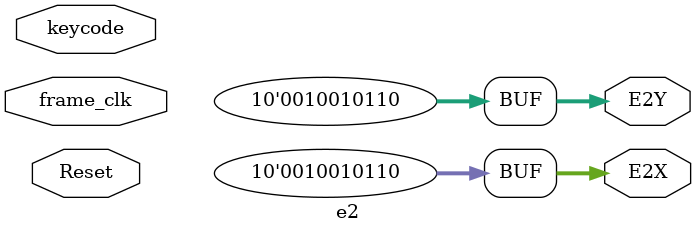
<source format=sv>



module  e2 ( input Reset, frame_clk, input [7:0] keycode,
               output [9:0]  E2X, E2Y);
    
       
    assign E2X = 150;
   
    assign E2Y = 150;
    

endmodule

</source>
